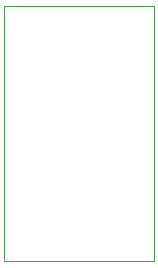
<source format=gbr>
G04 #@! TF.GenerationSoftware,KiCad,Pcbnew,(5.1.5-0-10_14)*
G04 #@! TF.CreationDate,2020-05-05T19:22:47-07:00*
G04 #@! TF.ProjectId,N64 EEPROM Breakout,4e363420-4545-4505-924f-4d2042726561,rev?*
G04 #@! TF.SameCoordinates,Original*
G04 #@! TF.FileFunction,Profile,NP*
%FSLAX46Y46*%
G04 Gerber Fmt 4.6, Leading zero omitted, Abs format (unit mm)*
G04 Created by KiCad (PCBNEW (5.1.5-0-10_14)) date 2020-05-05 19:22:47*
%MOMM*%
%LPD*%
G04 APERTURE LIST*
%ADD10C,0.050000*%
G04 APERTURE END LIST*
D10*
X137160000Y-105410000D02*
X137160000Y-127000000D01*
X149860000Y-105410000D02*
X137160000Y-105410000D01*
X149860000Y-127000000D02*
X149860000Y-105410000D01*
X137160000Y-127000000D02*
X149860000Y-127000000D01*
M02*

</source>
